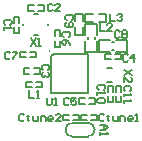
<source format=gto>
G04 Layer_Color=65535*
%FSLAX24Y24*%
%MOIN*%
G70*
G01*
G75*
%ADD19C,0.0050*%
%ADD21C,0.0060*%
%ADD29C,0.0059*%
%ADD30C,0.0079*%
D19*
X-1493Y-1382D02*
X-1535Y-1340D01*
X-1618D01*
X-1660Y-1382D01*
Y-1548D01*
X-1618Y-1590D01*
X-1535D01*
X-1493Y-1548D01*
X-1368Y-1382D02*
Y-1423D01*
X-1410D01*
X-1327D01*
X-1368D01*
Y-1548D01*
X-1327Y-1590D01*
X-1202Y-1423D02*
Y-1548D01*
X-1160Y-1590D01*
X-1035D01*
Y-1423D01*
X-952Y-1590D02*
Y-1423D01*
X-827D01*
X-785Y-1465D01*
Y-1590D01*
X-577D02*
X-660D01*
X-702Y-1548D01*
Y-1465D01*
X-660Y-1423D01*
X-577D01*
X-535Y-1465D01*
Y-1507D01*
X-702D01*
X-285Y-1590D02*
X-452D01*
X-285Y-1423D01*
Y-1382D01*
X-327Y-1340D01*
X-410D01*
X-452Y-1382D01*
X1167D02*
X1125Y-1340D01*
X1042D01*
X1000Y-1382D01*
Y-1548D01*
X1042Y-1590D01*
X1125D01*
X1167Y-1548D01*
X1292Y-1382D02*
Y-1423D01*
X1250D01*
X1333D01*
X1292D01*
Y-1548D01*
X1333Y-1590D01*
X1458Y-1423D02*
Y-1548D01*
X1500Y-1590D01*
X1625D01*
Y-1423D01*
X1708Y-1590D02*
Y-1423D01*
X1833D01*
X1875Y-1465D01*
Y-1590D01*
X2083D02*
X2000D01*
X1958Y-1548D01*
Y-1465D01*
X2000Y-1423D01*
X2083D01*
X2125Y-1465D01*
Y-1507D01*
X1958D01*
X2208Y-1590D02*
X2291D01*
X2250D01*
Y-1340D01*
X2208Y-1382D01*
X1040Y-1710D02*
X1207D01*
X1290Y-1793D01*
X1207Y-1877D01*
X1040D01*
X1165D01*
Y-1710D01*
X1040Y-1960D02*
Y-2043D01*
Y-2002D01*
X1290D01*
X1248Y-1960D01*
X2090Y120D02*
X1840Y-47D01*
X2090D02*
X1840Y120D01*
Y-297D02*
Y-130D01*
X2007Y-297D01*
X2048D01*
X2090Y-255D01*
Y-172D01*
X2048Y-130D01*
X-750Y-809D02*
Y-1017D01*
X-708Y-1059D01*
X-625D01*
X-583Y-1017D01*
Y-809D01*
X-500Y-1059D02*
X-417D01*
X-458D01*
Y-809D01*
X-500Y-850D01*
X1149Y-537D02*
X1191Y-495D01*
Y-412D01*
X1149Y-370D01*
X983D01*
X941Y-412D01*
Y-495D01*
X983Y-537D01*
X941Y-620D02*
Y-703D01*
Y-662D01*
X1191D01*
X1149Y-620D01*
Y-828D02*
X1191Y-870D01*
Y-953D01*
X1149Y-995D01*
X983D01*
X941Y-953D01*
Y-870D01*
X983Y-828D01*
X1149D01*
X-1962Y1633D02*
X-1920Y1675D01*
Y1758D01*
X-1962Y1800D01*
X-2128D01*
X-2170Y1758D01*
Y1675D01*
X-2128Y1633D01*
X-2170Y1550D02*
Y1467D01*
Y1508D01*
X-1920D01*
X-1962Y1550D01*
X-553Y2278D02*
X-595Y2320D01*
X-678D01*
X-720Y2278D01*
Y2112D01*
X-678Y2070D01*
X-595D01*
X-553Y2112D01*
X-303Y2070D02*
X-470D01*
X-303Y2237D01*
Y2278D01*
X-345Y2320D01*
X-428D01*
X-470Y2278D01*
X78Y1793D02*
X120Y1835D01*
Y1918D01*
X78Y1960D01*
X-88D01*
X-130Y1918D01*
Y1835D01*
X-88Y1793D01*
Y1710D02*
X-130Y1668D01*
Y1585D01*
X-88Y1543D01*
X78D01*
X120Y1585D01*
Y1668D01*
X78Y1710D01*
X37D01*
X-5Y1668D01*
Y1543D01*
X1677Y1398D02*
X1635Y1440D01*
X1552D01*
X1510Y1398D01*
Y1232D01*
X1552Y1190D01*
X1635D01*
X1677Y1232D01*
X1760Y1398D02*
X1802Y1440D01*
X1885D01*
X1927Y1398D01*
Y1357D01*
X1885Y1315D01*
X1927Y1273D01*
Y1232D01*
X1885Y1190D01*
X1802D01*
X1760Y1232D01*
Y1273D01*
X1802Y1315D01*
X1760Y1357D01*
Y1398D01*
X1802Y1315D02*
X1885D01*
X2028Y-597D02*
X2070Y-555D01*
Y-472D01*
X2028Y-430D01*
X1862D01*
X1820Y-472D01*
Y-555D01*
X1862Y-597D01*
X1820Y-680D02*
Y-763D01*
Y-722D01*
X2070D01*
X2028Y-680D01*
X1820Y-888D02*
Y-971D01*
Y-930D01*
X2070D01*
X2028Y-888D01*
X-1290Y1180D02*
X-1123Y930D01*
Y1180D02*
X-1290Y930D01*
X-1040D02*
X-957D01*
X-998D01*
Y1180D01*
X-1040Y1138D01*
X1957Y608D02*
X1915Y650D01*
X1832D01*
X1790Y608D01*
Y442D01*
X1832Y400D01*
X1915D01*
X1957Y442D01*
X2165Y400D02*
Y650D01*
X2040Y525D01*
X2207D01*
X1010Y1670D02*
Y1420D01*
X1177D01*
X1427D02*
X1260D01*
X1427Y1587D01*
Y1628D01*
X1385Y1670D01*
X1302D01*
X1260Y1628D01*
X1354Y2000D02*
Y1750D01*
X1521D01*
X1604Y1958D02*
X1646Y2000D01*
X1729D01*
X1771Y1958D01*
Y1917D01*
X1729Y1875D01*
X1688D01*
X1729D01*
X1771Y1833D01*
Y1792D01*
X1729Y1750D01*
X1646D01*
X1604Y1792D01*
X-15Y-850D02*
X-56Y-809D01*
X-140D01*
X-181Y-850D01*
Y-1017D01*
X-140Y-1059D01*
X-56D01*
X-15Y-1017D01*
X235Y-809D02*
X69D01*
Y-934D01*
X152Y-892D01*
X194D01*
X235Y-934D01*
Y-1017D01*
X194Y-1059D01*
X110D01*
X69Y-1017D01*
X-1340Y-560D02*
Y-810D01*
X-1173D01*
X-1090D02*
X-1007D01*
X-1048D01*
Y-560D01*
X-1090Y-602D01*
X-22Y1213D02*
X20Y1255D01*
Y1338D01*
X-22Y1380D01*
X-188D01*
X-230Y1338D01*
Y1255D01*
X-188Y1213D01*
X20Y963D02*
X-22Y1047D01*
X-105Y1130D01*
X-188D01*
X-230Y1088D01*
Y1005D01*
X-188Y963D01*
X-147D01*
X-105Y1005D01*
Y1130D01*
X-712Y123D02*
X-670Y165D01*
Y248D01*
X-712Y290D01*
X-878D01*
X-920Y248D01*
Y165D01*
X-878Y123D01*
X-712Y40D02*
X-670Y-2D01*
Y-85D01*
X-712Y-127D01*
X-753D01*
X-795Y-85D01*
Y-43D01*
Y-85D01*
X-837Y-127D01*
X-878D01*
X-920Y-85D01*
Y-2D01*
X-878Y40D01*
X-1975Y690D02*
X-2016Y731D01*
X-2100D01*
X-2141Y690D01*
Y523D01*
X-2100Y481D01*
X-2016D01*
X-1975Y523D01*
X-1891Y731D02*
X-1725D01*
Y690D01*
X-1891Y523D01*
Y481D01*
D21*
X-1545Y1616D02*
Y1664D01*
X-1183Y1986D02*
X-1057D01*
X-695Y1616D02*
Y1664D01*
X-1183Y1294D02*
X-1057D01*
X1558Y723D02*
X1923D01*
X997D02*
X1362D01*
X1558Y1117D02*
X1923D01*
X997D02*
X1362D01*
X997Y723D02*
Y1117D01*
X1923Y723D02*
Y1117D01*
X533Y727D02*
Y1092D01*
Y1288D02*
Y1653D01*
X927Y727D02*
Y1092D01*
Y1288D02*
Y1653D01*
X533Y727D02*
X927D01*
X533Y1653D02*
X927D01*
X983Y1722D02*
X1239D01*
X530D02*
X786D01*
X983Y1998D02*
X1239D01*
X530D02*
X786D01*
X530Y1722D02*
Y1998D01*
X1239Y1722D02*
Y1998D01*
X182Y1994D02*
X458D01*
X182Y1286D02*
X458D01*
X182D02*
Y1542D01*
Y1738D02*
Y1994D01*
X458Y1286D02*
Y1542D01*
Y1738D02*
Y1994D01*
D29*
X610Y-2106D02*
G03*
X610Y-1634I0J236D01*
G01*
X110D02*
G03*
X110Y-2106I0J-236D01*
G01*
X928Y-1551D02*
Y-1369D01*
X392Y-1551D02*
Y-1369D01*
X591D01*
X729D02*
X928D01*
X392Y-1551D02*
X591D01*
X729D02*
X928D01*
X328D02*
Y-1369D01*
X-208Y-1551D02*
Y-1369D01*
X-9D01*
X129D02*
X328D01*
X-208Y-1551D02*
X-9D01*
X129D02*
X328D01*
X110Y-1634D02*
X610D01*
X110Y-2106D02*
X610D01*
X1741Y-611D02*
Y-412D01*
Y-948D02*
Y-749D01*
X1559Y-611D02*
Y-412D01*
Y-948D02*
Y-749D01*
Y-948D02*
X1741D01*
X1559Y-412D02*
X1741D01*
X1461Y-611D02*
Y-412D01*
Y-948D02*
Y-749D01*
X1279Y-611D02*
Y-412D01*
Y-948D02*
Y-749D01*
Y-948D02*
X1461D01*
X1279Y-412D02*
X1461D01*
X1529Y469D02*
X1728D01*
X1192D02*
X1391D01*
X1529Y651D02*
X1728D01*
X1192D02*
X1391D01*
X1192Y469D02*
Y651D01*
X1728Y469D02*
Y651D01*
X-1041Y2099D02*
X-842D01*
X-1378D02*
X-1179D01*
X-1041Y2281D02*
X-842D01*
X-1378D02*
X-1179D01*
X-1378Y2099D02*
Y2281D01*
X-842Y2099D02*
Y2281D01*
X-1841Y1362D02*
Y1561D01*
Y1699D02*
Y1898D01*
X-1659Y1362D02*
Y1561D01*
Y1699D02*
Y1898D01*
X-1841D02*
X-1659D01*
X-1841Y1362D02*
X-1659D01*
X311Y-828D02*
X510D01*
X648D02*
X846D01*
X311Y-1009D02*
Y-828D01*
Y-1009D02*
X510D01*
X846D02*
Y-828D01*
X648Y-1009D02*
X846D01*
X-1454Y-458D02*
Y-277D01*
X-919Y-458D02*
Y-277D01*
X-1117Y-458D02*
X-919D01*
X-1454D02*
X-1255D01*
X-1117Y-277D02*
X-919Y-277D01*
X-1454D02*
X-1255D01*
X-491Y902D02*
X-309D01*
X-491Y1438D02*
X-309D01*
Y1239D02*
Y1438D01*
Y902D02*
Y1101D01*
X-491Y1239D02*
Y1438D01*
Y902D02*
Y1101D01*
X-1524Y2D02*
Y183D01*
X-989Y2D02*
Y183D01*
X-1187Y2D02*
X-989D01*
X-1524D02*
X-1325D01*
X-1187Y183D02*
X-989D01*
X-1524D02*
X-1325D01*
X-1648Y549D02*
Y731D01*
X-1112Y549D02*
Y731D01*
X-1311Y549D02*
X-1112D01*
X-1648D02*
X-1449D01*
X-1311Y731D02*
X-1112Y731D01*
X-1648D02*
X-1449Y731D01*
X-610Y-663D02*
X610D01*
Y663D01*
X-610Y-663D02*
Y574D01*
X-521Y663D02*
X610D01*
X-610Y574D02*
X-521Y663D01*
D30*
X-650Y748D02*
G03*
X-650Y748I-20J0D01*
G01*
X1421Y802D02*
X1499D01*
X1421Y1038D02*
X1499D01*
X612Y1151D02*
Y1229D01*
X848Y1151D02*
Y1229D01*
X1246Y-286D02*
X1434D01*
X1246Y186D02*
X1434D01*
M02*

</source>
